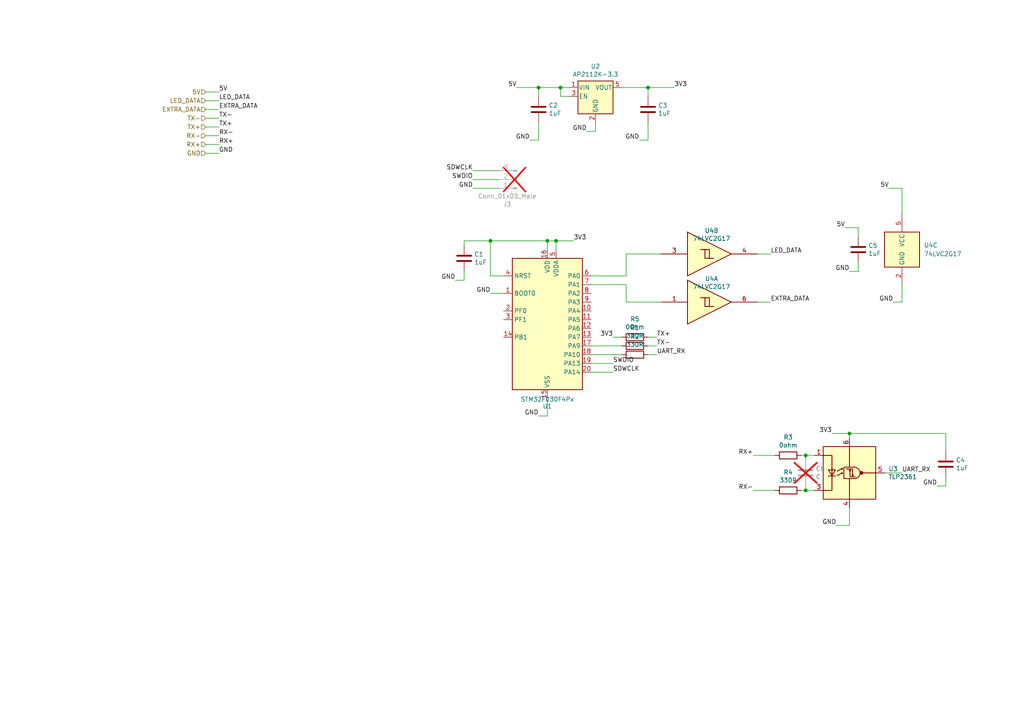
<source format=kicad_sch>
(kicad_sch (version 20250114) (generator "eeschema") (generator_version "9.0")
  (paper "A4")
  (lib_symbols
    (symbol "74xGxx:74LVC2G17"
      (property "Reference" "U" (at -1.27 7.62 0))
      (property "Value" "74LVC2G17" (at 2.54 -7.62 0))
      (symbol "74LVC2G17_1_1"
        (polyline (pts (xy -7.62 6.35) (xy -7.62 -6.35) (xy 5.08 0) (xy -7.62 6.35)) (stroke (width 0.254)) (fill (type background)))
        (polyline (pts (xy -3.81 1.27) (xy -2.54 1.27) (xy -2.54 -1.27) (xy 0 -1.27)) (stroke (width 0.254)) (fill (type background)))
        (polyline (pts (xy -2.54 1.27) (xy -1.27 1.27) (xy -1.27 -1.27)) (stroke (width 0.254)) (fill (type background)))
        (pin input line (at -15.24 0 0) (length 7.62) (name "~") (number "1"))
        (pin output line (at 12.7 0 180) (length 7.62) (name "~") (number "6"))
      )
      (symbol "74LVC2G17_2_1"
        (polyline (pts (xy -7.62 6.35) (xy -7.62 -6.35) (xy 5.08 0) (xy -7.62 6.35)) (stroke (width 0.254)) (fill (type background)))
        (polyline (pts (xy -3.81 1.27) (xy -2.54 1.27) (xy -2.54 -1.27) (xy 0 -1.27)) (stroke (width 0.254)) (fill (type background)))
        (polyline (pts (xy -2.54 1.27) (xy -1.27 1.27) (xy -1.27 -1.27)) (stroke (width 0.254)) (fill (type background)))
        (pin input line (at -15.24 0 0) (length 7.62) (name "~") (number "3"))
        (pin output line (at 12.7 0 180) (length 7.62) (name "~") (number "4"))
      )
      (symbol "74LVC2G17_3_0"
        (rectangle (start -5.08 -5.08) (end 5.08 5.08) (stroke (width 0.254)) (fill (type background)))
      )
      (symbol "74LVC2G17_3_1"
        (pin power_in line (at 0 10.16 270) (length 5.08) (name "VCC") (number "5"))
        (pin power_in line (at 0 -10.16 90) (length 5.08) (name "GND") (number "2"))
      )
    )
    (symbol "Connector:Conn_01x03_Pin" (pin_names (offset 1.016) (hide yes))
      (property "Reference" "J" (at 0 5.08 0))
      (property "Value" "Conn_01x03_Pin" (at 0 -5.08 0))
      (symbol "Conn_01x03_Pin_1_1"
        (rectangle (start 0.8636 2.667) (end 0 2.413) (stroke (width 0.1524)) (fill (type outline)))
        (rectangle (start 0.8636 0.127) (end 0 -0.127) (stroke (width 0.1524)) (fill (type outline)))
        (rectangle (start 0.8636 -2.413) (end 0 -2.667) (stroke (width 0.1524)) (fill (type outline)))
        (polyline (pts (xy 1.27 2.54) (xy 0.8636 2.54)) (stroke (width 0.1524)))
        (polyline (pts (xy 1.27 0) (xy 0.8636 0)) (stroke (width 0.1524)))
        (polyline (pts (xy 1.27 -2.54) (xy 0.8636 -2.54)) (stroke (width 0.1524)))
        (pin passive line (at 5.08 2.54 180) (length 3.81) (name "Pin_1") (number "1"))
        (pin passive line (at 5.08 0 180) (length 3.81) (name "Pin_2") (number "2"))
        (pin passive line (at 5.08 -2.54 180) (length 3.81) (name "Pin_3") (number "3"))
      )
    )
    (symbol "Device:C" (pin_numbers (hide yes)) (pin_names (offset 0.254))
      (property "Reference" "C" (at 0.635 2.54 0))
      (property "Value" "C" (at 0.635 -2.54 0))
      (symbol "C_0_1"
        (polyline (pts (xy -2.032 0.762) (xy 2.032 0.762)) (stroke (width 0.508)))
        (polyline (pts (xy -2.032 -0.762) (xy 2.032 -0.762)) (stroke (width 0.508)))
      )
      (symbol "C_1_1"
        (pin passive line (at 0 3.81 270) (length 2.794) (name "~") (number "1"))
        (pin passive line (at 0 -3.81 90) (length 2.794) (name "~") (number "2"))
      )
    )
    (symbol "Device:R" (pin_numbers (hide yes)) (pin_names (offset 0))
      (property "Reference" "R" (at 2.032 0 90))
      (property "Value" "R" (at 0 0 90))
      (symbol "R_0_1"
        (rectangle (start -1.016 -2.54) (end 1.016 2.54) (stroke (width 0.254)))
      )
      (symbol "R_1_1"
        (pin passive line (at 0 3.81 270) (length 1.27) (name "~") (number "1"))
        (pin passive line (at 0 -3.81 90) (length 1.27) (name "~") (number "2"))
      )
    )
    (symbol "Isolator:TLP2761" (pin_names (offset 1.016) (hide yes))
      (property "Reference" "U" (at -7.112 8.89 0))
      (property "Value" "TLP2761" (at 1.016 9.144 0))
      (symbol "TLP2761_0_1"
        (rectangle (start -7.62 7.62) (end 7.62 -7.62) (stroke (width 0.254)) (fill (type background)))
        (polyline (pts (xy -7.62 -5.08) (xy -5.08 -5.08) (xy -5.08 -1.27)) (stroke (width 0.254)))
        (polyline (pts (xy -6.096 0.889) (xy -4.064 0.889) (xy -5.08 -0.762) (xy -6.096 0.889)) (stroke (width 0.254)))
        (polyline (pts (xy -6.096 -0.889) (xy -4.064 -0.889)) (stroke (width 0.254)))
        (polyline (pts (xy -5.08 1.27) (xy -5.08 0.9144)) (stroke (width 0.254)))
        (polyline (pts (xy -5.08 1.27) (xy -5.08 5.08) (xy -7.62 5.08)) (stroke (width 0.254)))
        (polyline (pts (xy -5.08 1.016) (xy -5.08 -0.762)) (stroke (width 0.254)))
        (polyline (pts (xy -5.08 -1.27) (xy -5.08 -0.9144)) (stroke (width 0.254)))
        (polyline (pts (xy -3.556 0.508) (xy -2.032 1.27)) (stroke (width 0.254)))
        (polyline (pts (xy -3.556 -0.762) (xy -2.032 0)) (stroke (width 0.254)))
        (polyline (pts (xy -2.032 1.27) (xy -2.3368 1.3208)) (stroke (width 0.254)))
        (polyline (pts (xy -2.032 1.27) (xy -2.1844 0.9652)) (stroke (width 0.254)))
        (polyline (pts (xy -2.032 0) (xy -2.3368 0.0508)) (stroke (width 0.254)))
        (polyline (pts (xy -2.032 0) (xy -2.1844 -0.3048)) (stroke (width 0.254)))
        (polyline (pts (xy 0 7.5946) (xy 0 1.7018)) (stroke (width 0.254)))
        (polyline (pts (xy 0 -7.62) (xy 0 -1.651)) (stroke (width 0.254)))
        (polyline (pts (xy 0.1524 0.889) (xy -0.1016 0.635) (xy 0.4064 0.635)) (stroke (width 0.254)))
        (polyline (pts (xy 0.9144 -0.889) (xy 0.9144 1.143) (xy -0.8636 1.143)) (stroke (width 0.254)))
        (polyline (pts (xy 0.9144 -0.889) (xy 0.6604 -0.635) (xy 1.1684 -0.635) (xy 0.9144 -0.889)) (stroke (width 0.254)))
        (arc (start 1.4224 1.651) (mid 2.5738 1.1514) (end 3.0734 0) (stroke (width 0.254)))
        (polyline (pts (xy 1.4224 1.651) (xy -1.6256 1.651) (xy -1.6256 -1.651) (xy 1.4224 -1.651)) (stroke (width 0.254)))
        (arc (start 3.0734 0) (mid 2.6073 -1.1849) (end 1.4224 -1.651) (stroke (width 0.254)))
        (polyline (pts (xy 1.6764 -1.143) (xy 0.1524 -1.143) (xy 0.1524 0.889) (xy 0.4064 0.635)) (stroke (width 0.254)))
        (circle (center 3.4798 0) (radius 0.4572) (fill (type outline)))
        (polyline (pts (xy 7.747 0) (xy 3.4798 0)) (stroke (width 0.254)))
      )
      (symbol "TLP2761_1_1"
        (pin passive line (at -10.16 5.08 0) (length 2.54) (name "A") (number "1"))
        (pin passive line (at -10.16 -5.08 0) (length 2.54) (name "K") (number "3"))
        (pin no_connect line (at -7.62 0 0) (length 2.54) (hide yes) (name "NC") (number "2"))
        (pin power_in line (at 0 10.16 270) (length 2.54) (name "VDD") (number "6"))
        (pin power_in line (at 0 -10.16 90) (length 2.54) (name "GND") (number "4"))
        (pin output line (at 10.16 0 180) (length 2.54) (name "VO") (number "5"))
      )
    )
    (symbol "MCU_ST_STM32F0:STM32F030F4Px"
      (property "Reference" "U" (at -10.16 21.59 0))
      (property "Value" "STM32F030F4Px" (at 5.08 21.59 0))
      (symbol "STM32F030F4Px_0_1"
        (rectangle (start -10.16 -17.78) (end 10.16 20.32) (stroke (width 0.254)) (fill (type background)))
      )
      (symbol "STM32F030F4Px_1_1"
        (pin input line (at -12.7 15.24 0) (length 2.54) (name "NRST") (number "4"))
        (pin input line (at -12.7 10.16 0) (length 2.54) (name "BOOT0") (number "1"))
        (pin bidirectional line (at -12.7 5.08 0) (length 2.54) (name "PF0") (number "2"))
        (pin bidirectional line (at -12.7 2.54 0) (length 2.54) (name "PF1") (number "3"))
        (pin bidirectional line (at -12.7 -2.54 0) (length 2.54) (name "PB1") (number "14"))
        (pin power_in line (at 0 22.86 270) (length 2.54) (name "VDD") (number "16"))
        (pin power_in line (at 0 -20.32 90) (length 2.54) (name "VSS") (number "15"))
        (pin power_in line (at 2.54 22.86 270) (length 2.54) (name "VDDA") (number "5"))
        (pin bidirectional line (at 12.7 15.24 180) (length 2.54) (name "PA0") (number "6"))
        (pin bidirectional line (at 12.7 12.7 180) (length 2.54) (name "PA1") (number "7"))
        (pin bidirectional line (at 12.7 10.16 180) (length 2.54) (name "PA2") (number "8"))
        (pin bidirectional line (at 12.7 7.62 180) (length 2.54) (name "PA3") (number "9"))
        (pin bidirectional line (at 12.7 5.08 180) (length 2.54) (name "PA4") (number "10"))
        (pin bidirectional line (at 12.7 2.54 180) (length 2.54) (name "PA5") (number "11"))
        (pin bidirectional line (at 12.7 0 180) (length 2.54) (name "PA6") (number "12"))
        (pin bidirectional line (at 12.7 -2.54 180) (length 2.54) (name "PA7") (number "13"))
        (pin bidirectional line (at 12.7 -5.08 180) (length 2.54) (name "PA9") (number "17"))
        (pin bidirectional line (at 12.7 -7.62 180) (length 2.54) (name "PA10") (number "18"))
        (pin bidirectional line (at 12.7 -10.16 180) (length 2.54) (name "PA13") (number "19"))
        (pin bidirectional line (at 12.7 -12.7 180) (length 2.54) (name "PA14") (number "20"))
      )
    )
    (symbol "Regulator_Linear:AP2112K-3.3" (pin_names (offset 0.254))
      (property "Reference" "U" (at -5.08 5.715 0))
      (property "Value" "AP2112K-3.3" (at 0 5.715 0))
      (symbol "AP2112K-3.3_0_1"
        (rectangle (start -5.08 4.445) (end 5.08 -5.08) (stroke (width 0.254)) (fill (type background)))
      )
      (symbol "AP2112K-3.3_1_1"
        (pin power_in line (at -7.62 2.54 0) (length 2.54) (name "VIN") (number "1"))
        (pin input line (at -7.62 0 0) (length 2.54) (name "EN") (number "3"))
        (pin power_in line (at 0 -7.62 90) (length 2.54) (name "GND") (number "2"))
        (pin no_connect line (at 5.08 0 180) (length 2.54) (hide yes) (name "NC") (number "4"))
        (pin power_out line (at 7.62 2.54 180) (length 2.54) (name "VOUT") (number "5"))
      )
    )
  )
  (junction (at 162.56 25.4))
  (junction (at 233.68 132.08))
  (junction (at 161.29 69.85))
  (junction (at 158.75 69.85))
  (junction (at 156.21 25.4))
  (junction (at 187.96 25.4))
  (junction (at 142.24 69.85))
  (junction (at 233.68 142.24))
  (junction (at 246.38 125.73))
  (wire (pts (xy 156.21 35.56) (xy 156.21 40.64)))
  (wire (pts (xy 156.21 25.4) (xy 162.56 25.4)))
  (wire (pts (xy 59.69 34.29) (xy 63.5 34.29)))
  (wire (pts (xy 158.75 69.85) (xy 161.29 69.85)))
  (wire (pts (xy 171.45 82.55) (xy 181.61 82.55)))
  (wire (pts (xy 218.44 142.24) (xy 224.79 142.24)))
  (wire (pts (xy 219.71 73.66) (xy 223.52 73.66)))
  (wire (pts (xy 233.68 132.08) (xy 236.22 132.08)))
  (wire (pts (xy 59.69 44.45) (xy 63.5 44.45)))
  (wire (pts (xy 59.69 26.67) (xy 63.5 26.67)))
  (wire (pts (xy 245.11 66.04) (xy 248.92 66.04)))
  (wire (pts (xy 181.61 87.63) (xy 191.77 87.63)))
  (wire (pts (xy 171.45 105.41) (xy 177.8 105.41)))
  (wire (pts (xy 218.44 132.08) (xy 224.79 132.08)))
  (wire (pts (xy 246.38 125.73) (xy 274.32 125.73)))
  (wire (pts (xy 59.69 29.21) (xy 63.5 29.21)))
  (wire (pts (xy 233.68 142.24) (xy 236.22 142.24)))
  (wire (pts (xy 161.29 69.85) (xy 161.29 72.39)))
  (wire (pts (xy 149.86 25.4) (xy 156.21 25.4)))
  (wire (pts (xy 219.71 87.63) (xy 223.52 87.63)))
  (wire (pts (xy 153.67 40.64) (xy 156.21 40.64)))
  (wire (pts (xy 187.96 27.94) (xy 187.96 25.4)))
  (wire (pts (xy 233.68 140.97) (xy 233.68 142.24)))
  (wire (pts (xy 156.21 27.94) (xy 156.21 25.4)))
  (wire (pts (xy 146.05 85.09) (xy 142.24 85.09)))
  (wire (pts (xy 246.38 125.73) (xy 241.3 125.73)))
  (wire (pts (xy 187.96 100.33) (xy 190.5 100.33)))
  (wire (pts (xy 181.61 80.01) (xy 181.61 73.66)))
  (wire (pts (xy 259.08 87.63) (xy 261.62 87.63)))
  (wire (pts (xy 248.92 66.04) (xy 248.92 68.58)))
  (wire (pts (xy 137.16 52.07) (xy 144.78 52.07)))
  (wire (pts (xy 142.24 69.85) (xy 158.75 69.85)))
  (wire (pts (xy 185.42 40.64) (xy 187.96 40.64)))
  (wire (pts (xy 187.96 102.87) (xy 190.5 102.87)))
  (wire (pts (xy 144.78 49.53) (xy 137.16 49.53)))
  (wire (pts (xy 59.69 41.91) (xy 63.5 41.91)))
  (wire (pts (xy 246.38 127) (xy 246.38 125.73)))
  (wire (pts (xy 172.72 35.56) (xy 172.72 38.1)))
  (wire (pts (xy 59.69 31.75) (xy 63.5 31.75)))
  (wire (pts (xy 134.62 78.74) (xy 134.62 81.28)))
  (wire (pts (xy 187.96 25.4) (xy 195.58 25.4)))
  (wire (pts (xy 170.18 38.1) (xy 172.72 38.1)))
  (wire (pts (xy 165.1 25.4) (xy 162.56 25.4)))
  (wire (pts (xy 146.05 80.01) (xy 142.24 80.01)))
  (wire (pts (xy 181.61 73.66) (xy 191.77 73.66)))
  (wire (pts (xy 246.38 78.74) (xy 248.92 78.74)))
  (wire (pts (xy 59.69 39.37) (xy 63.5 39.37)))
  (wire (pts (xy 181.61 82.55) (xy 181.61 87.63)))
  (wire (pts (xy 271.78 140.97) (xy 274.32 140.97)))
  (wire (pts (xy 261.62 82.55) (xy 261.62 87.63)))
  (wire (pts (xy 171.45 100.33) (xy 180.34 100.33)))
  (wire (pts (xy 161.29 69.85) (xy 166.37 69.85)))
  (wire (pts (xy 233.68 132.08) (xy 233.68 133.35)))
  (wire (pts (xy 187.96 97.79) (xy 190.5 97.79)))
  (wire (pts (xy 132.08 81.28) (xy 134.62 81.28)))
  (wire (pts (xy 232.41 142.24) (xy 233.68 142.24)))
  (wire (pts (xy 246.38 147.32) (xy 246.38 152.4)))
  (wire (pts (xy 171.45 80.01) (xy 181.61 80.01)))
  (wire (pts (xy 274.32 138.43) (xy 274.32 140.97)))
  (wire (pts (xy 165.1 27.94) (xy 162.56 27.94)))
  (wire (pts (xy 274.32 125.73) (xy 274.32 130.81)))
  (wire (pts (xy 158.75 69.85) (xy 158.75 72.39)))
  (wire (pts (xy 162.56 27.94) (xy 162.56 25.4)))
  (wire (pts (xy 137.16 54.61) (xy 144.78 54.61)))
  (wire (pts (xy 134.62 69.85) (xy 134.62 71.12)))
  (wire (pts (xy 261.62 137.16) (xy 256.54 137.16)))
  (wire (pts (xy 248.92 76.2) (xy 248.92 78.74)))
  (wire (pts (xy 261.62 54.61) (xy 261.62 62.23)))
  (wire (pts (xy 232.41 132.08) (xy 233.68 132.08)))
  (wire (pts (xy 257.81 54.61) (xy 261.62 54.61)))
  (wire (pts (xy 187.96 35.56) (xy 187.96 40.64)))
  (wire (pts (xy 59.69 36.83) (xy 63.5 36.83)))
  (wire (pts (xy 142.24 69.85) (xy 134.62 69.85)))
  (wire (pts (xy 177.8 97.79) (xy 180.34 97.79)))
  (wire (pts (xy 180.34 25.4) (xy 187.96 25.4)))
  (wire (pts (xy 171.45 102.87) (xy 180.34 102.87)))
  (wire (pts (xy 242.57 152.4) (xy 246.38 152.4)))
  (wire (pts (xy 142.24 80.01) (xy 142.24 69.85)))
  (wire (pts (xy 156.21 120.65) (xy 158.75 120.65)))
  (wire (pts (xy 171.45 107.95) (xy 177.8 107.95)))
  (wire (pts (xy 158.75 115.57) (xy 158.75 120.65)))
  (label "3V3" (at 166.37 69.85 0))
  (label "UART_RX" (at 190.5 102.87 0))
  (label "RX-" (at 63.5 39.37 0))
  (label "GND" (at 170.18 38.1 180))
  (label "5V" (at 63.5 26.67 0))
  (label "SWDIO" (at 137.16 52.07 180))
  (label "SDWCLK" (at 177.8 107.95 0))
  (label "5V" (at 149.86 25.4 180))
  (label "GND" (at 63.5 44.45 0))
  (label "LED_DATA" (at 223.52 73.66 0))
  (label "GND" (at 137.16 54.61 180))
  (label "RX+" (at 218.44 132.08 180))
  (label "LED_DATA" (at 63.5 29.21 0))
  (label "5V" (at 245.11 66.04 180))
  (label "3V3" (at 195.58 25.4 0))
  (label "UART_RX" (at 261.62 137.16 0))
  (label "TX+" (at 63.5 36.83 0))
  (label "SDWCLK" (at 137.16 49.53 180))
  (label "3V3" (at 177.8 97.79 180))
  (label "GND" (at 156.21 120.65 180))
  (label "GND" (at 153.67 40.64 180))
  (label "TX+" (at 190.5 97.79 0))
  (label "GND" (at 242.57 152.4 180))
  (label "GND" (at 246.38 78.74 180))
  (label "TX-" (at 63.5 34.29 0))
  (label "SWDIO" (at 177.8 105.41 0))
  (label "GND" (at 132.08 81.28 180))
  (label "RX+" (at 63.5 41.91 0))
  (label "RX-" (at 218.44 142.24 180))
  (label "5V" (at 257.81 54.61 180))
  (label "TX-" (at 190.5 100.33 0))
  (label "GND" (at 271.78 140.97 180))
  (label "3V3" (at 241.3 125.73 180))
  (label "GND" (at 142.24 85.09 180))
  (label "EXTRA_DATA" (at 63.5 31.75 0))
  (label "EXTRA_DATA" (at 223.52 87.63 0))
  (label "GND" (at 259.08 87.63 180))
  (label "GND" (at 185.42 40.64 180))
  (hierarchical_label "5V" (shape input) (at 59.69 26.67 180))
  (hierarchical_label "EXTRA_DATA" (shape input) (at 59.69 31.75 180))
  (hierarchical_label "LED_DATA" (shape input) (at 59.69 29.21 180))
  (hierarchical_label "RX+" (shape input) (at 59.69 41.91 180))
  (hierarchical_label "GND" (shape input) (at 59.69 44.45 180))
  (hierarchical_label "TX+" (shape input) (at 59.69 36.83 180))
  (hierarchical_label "RX-" (shape input) (at 59.69 39.37 180))
  (hierarchical_label "TX-" (shape input) (at 59.69 34.29 180))
  (symbol (lib_id "MCU_ST_STM32F0:STM32F030F4Px") (at 158.75 95.25 0) (unit 1)
    (property "Reference" "U1" (at 158.75 117.8306 0))
    (property "Value" "STM32F030F4Px" (at 158.75 115.824 0))
    (property "Footprint" "Package_SO:TSSOP-20_4.4x6.5mm_P0.65mm" (effects (hide yes)))
    (property "Datasheet" "https://www.st.com/resource/en/datasheet/stm32f030f4.pdf" (effects (hide yes)))
    (property "Description" "STMicroelectronics Arm Cortex-M0 MCU, 16KB flash, 4KB RAM, 48 MHz, 2.4-3.6V, 15 GPIO, TSSOP20" (effects (hide yes)))
    (property "LCSC" "C89040" (effects (hide yes)))
  )
  (symbol (lib_id "Connector:Conn_01x03_Pin") (at 149.86 52.07 180) (unit 1) (dnp yes)
    (property "Reference" "J3" (at 147.1168 59.2074 0))
    (property "Value" "Conn_01x03_Male" (at 147.1168 56.896 0))
    (property "Footprint" "footprints:SWD Header" (effects (hide yes)))
    (property "Description" "Generic connector, single row, 01x03, script generated" (effects (hide yes)))
  )
  (symbol (lib_id "Regulator_Linear:AP2112K-3.3") (at 172.72 27.94 0) (unit 1)
    (property "Reference" "U2" (at 172.72 19.2532 0))
    (property "Value" "AP2112K-3.3" (at 172.72 21.5646 0))
    (property "Footprint" "Package_TO_SOT_SMD:SOT-23-5" (effects (hide yes)))
    (property "Datasheet" "https://www.diodes.com/assets/Datasheets/AP2112.pdf" (effects (hide yes)))
    (property "LCSC" "C51118" (effects (hide yes)))
  )
  (symbol (lib_id "Isolator:TLP2761") (at 246.38 137.16 0) (unit 1)
    (property "Reference" "U3" (at 257.6576 135.9916 0) (effects (justify left)))
    (property "Value" "TLP2361" (at 257.6576 138.303 0) (effects (justify left)))
    (property "Footprint" "Package_SO:SO-5_4.4x3.6mm_P1.27mm" (effects (hide yes)))
    (property "Datasheet" "https://toshiba.semicon-storage.com/info/docget.jsp?did=28819&prodName=TLP2761" (effects (hide yes)))
    (property "LCSC" "C107626" (effects (hide yes)))
  )
  (symbol (lib_id "Device:C") (at 187.96 31.75 0) (unit 1)
    (property "Reference" "C3" (at 190.881 30.5816 0) (effects (justify left)))
    (property "Value" "1uF" (at 190.881 32.893 0) (effects (justify left)))
    (property "Footprint" "Capacitor_SMD:C_0603_1608Metric" (effects (hide yes)))
    (property "LCSC" "C15849" (effects (hide yes)))
  )
  (symbol (lib_id "Device:C") (at 156.21 31.75 0) (unit 1)
    (property "Reference" "C2" (at 159.131 30.5816 0) (effects (justify left)))
    (property "Value" "1uF" (at 159.131 32.893 0) (effects (justify left)))
    (property "Footprint" "Capacitor_SMD:C_0603_1608Metric" (effects (hide yes)))
    (property "LCSC" "C15849" (effects (hide yes)))
  )
  (symbol (lib_id "Device:C") (at 134.62 74.93 0) (unit 1)
    (property "Reference" "C1" (at 137.541 73.7616 0) (effects (justify left)))
    (property "Value" "1uF" (at 137.541 76.073 0) (effects (justify left)))
    (property "Footprint" "Capacitor_SMD:C_0603_1608Metric" (effects (hide yes)))
    (property "LCSC" "C15849" (effects (hide yes)))
  )
  (symbol (lib_id "Device:R") (at 184.15 102.87 90) (unit 1)
    (property "Reference" "R2" (at 184.15 97.6122 90))
    (property "Value" "330R" (at 184.15 99.9236 90))
    (property "Footprint" "Resistor_SMD:R_0603_1608Metric" (effects (hide yes)))
    (property "LCSC" "C23138" (effects (hide yes)))
  )
  (symbol (lib_id "Device:R") (at 228.6 132.08 270) (unit 1)
    (property "Reference" "R3" (at 228.6 126.8222 90))
    (property "Value" "0ohm" (at 228.6 129.1336 90))
    (property "Footprint" "Resistor_SMD:R_0603_1608Metric" (effects (hide yes)))
    (property "LCSC" "C21189" (effects (hide yes)))
  )
  (symbol (lib_id "Device:R") (at 228.6 142.24 270) (unit 1)
    (property "Reference" "R4" (at 228.6 136.9822 90))
    (property "Value" "330R" (at 228.6 139.2936 90))
    (property "Footprint" "Resistor_SMD:R_0603_1608Metric" (effects (hide yes)))
    (property "LCSC" "C23138" (effects (hide yes)))
  )
  (symbol (lib_id "74xGxx:74LVC2G17") (at 207.01 87.63 0) (unit 1)
    (property "Reference" "U4" (at 206.375 80.8482 0))
    (property "Value" "74LVC2G17" (at 206.375 83.1596 0))
    (property "Footprint" "Package_TO_SOT_SMD:SOT-23-6_Handsoldering" (effects (hide yes)))
    (property "Datasheet" "http://www.ti.com/lit/sg/scyt129e/scyt129e.pdf" (effects (hide yes)))
    (property "Description" "Dual Buffer, Schmitt Triggered, Low-Voltage CMOS" (effects (hide yes)))
    (property "LCSC" "C10429" (effects (hide yes)))
  )
  (symbol (lib_id "74xGxx:74LVC2G17") (at 207.01 73.66 0) (unit 2)
    (property "Reference" "U4" (at 206.375 66.8782 0))
    (property "Value" "74LVC2G17" (at 206.375 69.1896 0))
    (property "Footprint" "Package_TO_SOT_SMD:SOT-23-6_Handsoldering" (effects (hide yes)))
    (property "Datasheet" "http://www.ti.com/lit/sg/scyt129e/scyt129e.pdf" (effects (hide yes)))
    (property "Description" "Dual Buffer, Schmitt Triggered, Low-Voltage CMOS" (effects (hide yes)))
    (property "LCSC" "C10429" (effects (hide yes)))
  )
  (symbol (lib_id "Device:R") (at 184.15 100.33 90) (unit 1)
    (property "Reference" "R1" (at 184.15 95.0722 90))
    (property "Value" "330R" (at 184.15 97.3836 90))
    (property "Footprint" "Resistor_SMD:R_0603_1608Metric" (effects (hide yes)))
    (property "LCSC" "C23138" (effects (hide yes)))
  )
  (symbol (lib_id "Device:R") (at 184.15 97.79 90) (unit 1)
    (property "Reference" "R5" (at 184.15 92.5322 90))
    (property "Value" "0Ohm" (at 184.15 94.8436 90))
    (property "Footprint" "Resistor_SMD:R_0603_1608Metric" (effects (hide yes)))
    (property "LCSC" "C21189" (effects (hide yes)))
  )
  (symbol (lib_id "Device:C") (at 274.32 134.62 0) (unit 1)
    (property "Reference" "C4" (at 277.241 133.4516 0) (effects (justify left)))
    (property "Value" "1uF" (at 277.241 135.763 0) (effects (justify left)))
    (property "Footprint" "Capacitor_SMD:C_0603_1608Metric" (effects (hide yes)))
    (property "LCSC" "C15849" (effects (hide yes)))
  )
  (symbol (lib_id "Device:C") (at 248.92 72.39 0) (unit 1)
    (property "Reference" "C5" (at 251.841 71.2216 0) (effects (justify left)))
    (property "Value" "1uF" (at 251.841 73.533 0) (effects (justify left)))
    (property "Footprint" "Capacitor_SMD:C_0603_1608Metric" (effects (hide yes)))
    (property "LCSC" "C15849" (effects (hide yes)))
  )
  (symbol (lib_id "Device:C") (at 233.68 137.16 0) (unit 1) (dnp yes)
    (property "Reference" "C6" (at 236.601 135.9916 0) (effects (justify left)))
    (property "Value" "C" (at 236.601 138.303 0) (effects (justify left)))
    (property "Footprint" "Capacitor_SMD:C_0603_1608Metric" (effects (hide yes)))
    (property "LCSC" "C15849" (effects (hide yes)))
  )
  (symbol (lib_id "74xGxx:74LVC2G17") (at 261.62 72.39 0) (unit 3)
    (property "Reference" "U4" (at 267.97 71.1199 0) (effects (justify left)))
    (property "Value" "74LVC2G17" (at 267.97 73.6599 0) (effects (justify left)))
    (property "Datasheet" "http://www.ti.com/lit/sg/scyt129e/scyt129e.pdf" (effects (hide yes)))
    (property "Description" "Dual Buffer, Schmitt Triggered, Low-Voltage CMOS" (effects (hide yes)))
  )
)
</source>
